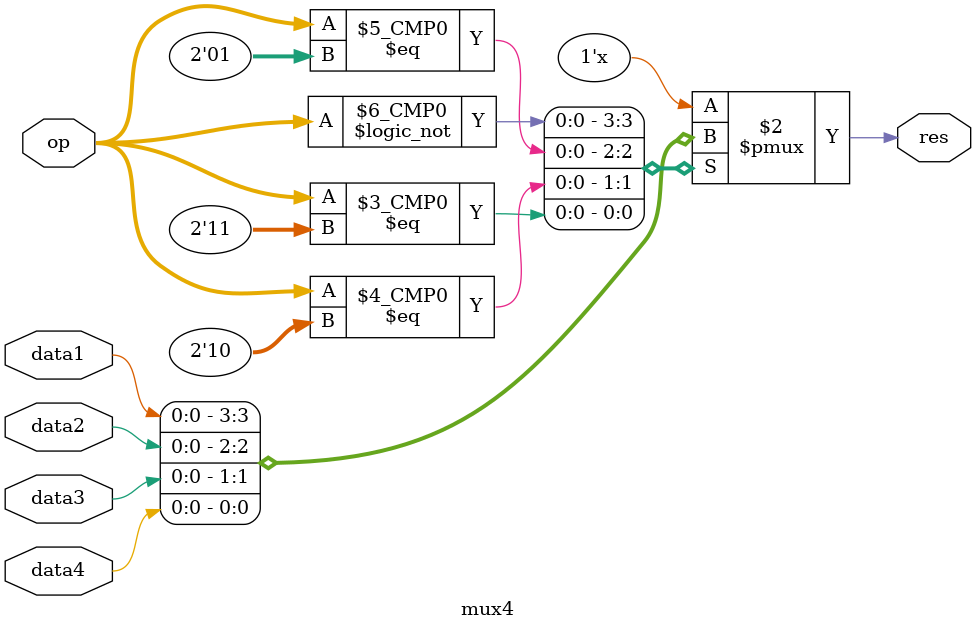
<source format=v>
module mux4 #(parameter WIDTH = 1)
  (input [WIDTH-1:0] data1,
   input [WIDTH-1:0] data2,
   input [WIDTH-1:0] data3,
   input [WIDTH-1:0] data4,
   input [1:0] op,
   output reg [WIDTH-1:0] res);

  always @* begin
    case (op)
    2'b00: res <= data1;
    2'b01: res <= data2;
    2'b10: res <= data3;
    2'b11: res <= data4;
    default: res <= 16'bxxxx_xxxx_xxxx_xxxx;
    endcase
  end
endmodule
</source>
